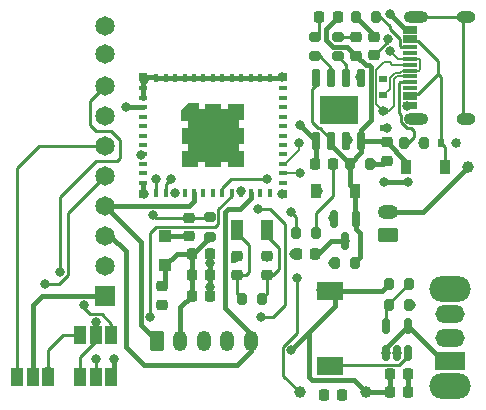
<source format=gbr>
%TF.GenerationSoftware,KiCad,Pcbnew,(6.0.2)*%
%TF.CreationDate,2022-03-07T06:31:50-05:00*%
%TF.ProjectId,ferrous_slime,66657272-6f75-4735-9f73-6c696d652e6b,rev?*%
%TF.SameCoordinates,Original*%
%TF.FileFunction,Copper,L1,Top*%
%TF.FilePolarity,Positive*%
%FSLAX46Y46*%
G04 Gerber Fmt 4.6, Leading zero omitted, Abs format (unit mm)*
G04 Created by KiCad (PCBNEW (6.0.2)) date 2022-03-07 06:31:50*
%MOMM*%
%LPD*%
G01*
G04 APERTURE LIST*
G04 Aperture macros list*
%AMRoundRect*
0 Rectangle with rounded corners*
0 $1 Rounding radius*
0 $2 $3 $4 $5 $6 $7 $8 $9 X,Y pos of 4 corners*
0 Add a 4 corners polygon primitive as box body*
4,1,4,$2,$3,$4,$5,$6,$7,$8,$9,$2,$3,0*
0 Add four circle primitives for the rounded corners*
1,1,$1+$1,$2,$3*
1,1,$1+$1,$4,$5*
1,1,$1+$1,$6,$7*
1,1,$1+$1,$8,$9*
0 Add four rect primitives between the rounded corners*
20,1,$1+$1,$2,$3,$4,$5,0*
20,1,$1+$1,$4,$5,$6,$7,0*
20,1,$1+$1,$6,$7,$8,$9,0*
20,1,$1+$1,$8,$9,$2,$3,0*%
%AMFreePoly0*
4,1,6,0.725000,-0.725000,-0.725000,-0.725000,-0.725000,0.125000,-0.125000,0.725000,0.725000,0.725000,0.725000,-0.725000,0.725000,-0.725000,$1*%
G04 Aperture macros list end*
%TA.AperFunction,NonConductor*%
%ADD10C,0.127000*%
%TD*%
%TA.AperFunction,ComponentPad*%
%ADD11RoundRect,0.250000X-0.350000X-0.625000X0.350000X-0.625000X0.350000X0.625000X-0.350000X0.625000X0*%
%TD*%
%TA.AperFunction,ComponentPad*%
%ADD12O,1.200000X1.750000*%
%TD*%
%TA.AperFunction,SMDPad,CuDef*%
%ADD13RoundRect,0.200000X-0.200000X-0.275000X0.200000X-0.275000X0.200000X0.275000X-0.200000X0.275000X0*%
%TD*%
%TA.AperFunction,SMDPad,CuDef*%
%ADD14RoundRect,0.225000X0.225000X0.250000X-0.225000X0.250000X-0.225000X-0.250000X0.225000X-0.250000X0*%
%TD*%
%TA.AperFunction,SMDPad,CuDef*%
%ADD15RoundRect,0.225000X-0.225000X-0.250000X0.225000X-0.250000X0.225000X0.250000X-0.225000X0.250000X0*%
%TD*%
%TA.AperFunction,SMDPad,CuDef*%
%ADD16C,1.000000*%
%TD*%
%TA.AperFunction,SMDPad,CuDef*%
%ADD17RoundRect,0.200000X0.275000X-0.200000X0.275000X0.200000X-0.275000X0.200000X-0.275000X-0.200000X0*%
%TD*%
%TA.AperFunction,SMDPad,CuDef*%
%ADD18RoundRect,0.218750X-0.218750X-0.256250X0.218750X-0.256250X0.218750X0.256250X-0.218750X0.256250X0*%
%TD*%
%TA.AperFunction,SMDPad,CuDef*%
%ADD19RoundRect,0.150000X-0.150000X0.587500X-0.150000X-0.587500X0.150000X-0.587500X0.150000X0.587500X0*%
%TD*%
%TA.AperFunction,SMDPad,CuDef*%
%ADD20R,0.900000X1.200000*%
%TD*%
%TA.AperFunction,SMDPad,CuDef*%
%ADD21RoundRect,0.200000X0.200000X0.275000X-0.200000X0.275000X-0.200000X-0.275000X0.200000X-0.275000X0*%
%TD*%
%TA.AperFunction,SMDPad,CuDef*%
%ADD22RoundRect,0.225000X-0.250000X0.225000X-0.250000X-0.225000X0.250000X-0.225000X0.250000X0.225000X0*%
%TD*%
%TA.AperFunction,SMDPad,CuDef*%
%ADD23R,1.000000X1.800000*%
%TD*%
%TA.AperFunction,SMDPad,CuDef*%
%ADD24RoundRect,0.150000X0.150000X-0.512500X0.150000X0.512500X-0.150000X0.512500X-0.150000X-0.512500X0*%
%TD*%
%TA.AperFunction,SMDPad,CuDef*%
%ADD25RoundRect,0.225000X0.250000X-0.225000X0.250000X0.225000X-0.250000X0.225000X-0.250000X-0.225000X0*%
%TD*%
%TA.AperFunction,SMDPad,CuDef*%
%ADD26RoundRect,0.218750X-0.256250X0.218750X-0.256250X-0.218750X0.256250X-0.218750X0.256250X0.218750X0*%
%TD*%
%TA.AperFunction,SMDPad,CuDef*%
%ADD27R,0.700000X0.600000*%
%TD*%
%TA.AperFunction,ComponentPad*%
%ADD28O,3.500000X2.200000*%
%TD*%
%TA.AperFunction,ComponentPad*%
%ADD29R,2.500000X1.500000*%
%TD*%
%TA.AperFunction,ComponentPad*%
%ADD30O,2.500000X1.500000*%
%TD*%
%TA.AperFunction,SMDPad,CuDef*%
%ADD31R,0.800000X0.400000*%
%TD*%
%TA.AperFunction,SMDPad,CuDef*%
%ADD32R,0.400000X0.800000*%
%TD*%
%TA.AperFunction,SMDPad,CuDef*%
%ADD33R,0.700000X0.700000*%
%TD*%
%TA.AperFunction,SMDPad,CuDef*%
%ADD34R,1.450000X1.450000*%
%TD*%
%TA.AperFunction,SMDPad,CuDef*%
%ADD35FreePoly0,0.000000*%
%TD*%
%TA.AperFunction,SMDPad,CuDef*%
%ADD36R,1.000000X1.500000*%
%TD*%
%TA.AperFunction,SMDPad,CuDef*%
%ADD37R,1.150000X0.300000*%
%TD*%
%TA.AperFunction,ComponentPad*%
%ADD38O,1.600000X1.000000*%
%TD*%
%TA.AperFunction,ComponentPad*%
%ADD39O,2.100000X1.000000*%
%TD*%
%TA.AperFunction,ComponentPad*%
%ADD40C,1.651000*%
%TD*%
%TA.AperFunction,ComponentPad*%
%ADD41R,1.651000X1.651000*%
%TD*%
%TA.AperFunction,SMDPad,CuDef*%
%ADD42R,0.600000X0.700000*%
%TD*%
%TA.AperFunction,SMDPad,CuDef*%
%ADD43RoundRect,0.150000X0.150000X-0.650000X0.150000X0.650000X-0.150000X0.650000X-0.150000X-0.650000X0*%
%TD*%
%TA.AperFunction,SMDPad,CuDef*%
%ADD44R,3.200000X2.400000*%
%TD*%
%TA.AperFunction,ComponentPad*%
%ADD45RoundRect,0.250000X0.625000X-0.350000X0.625000X0.350000X-0.625000X0.350000X-0.625000X-0.350000X0*%
%TD*%
%TA.AperFunction,ComponentPad*%
%ADD46O,1.750000X1.200000*%
%TD*%
%TA.AperFunction,SMDPad,CuDef*%
%ADD47R,2.200000X1.500000*%
%TD*%
%TA.AperFunction,SMDPad,CuDef*%
%ADD48R,1.000000X1.000000*%
%TD*%
%TA.AperFunction,ViaPad*%
%ADD49C,0.800000*%
%TD*%
%TA.AperFunction,ViaPad*%
%ADD50C,0.600000*%
%TD*%
%TA.AperFunction,Conductor*%
%ADD51C,0.400000*%
%TD*%
%TA.AperFunction,Conductor*%
%ADD52C,0.250000*%
%TD*%
%TA.AperFunction,Conductor*%
%ADD53C,0.254000*%
%TD*%
%TA.AperFunction,Conductor*%
%ADD54C,0.200000*%
%TD*%
G04 APERTURE END LIST*
D10*
X72136000Y-38862000D02*
X76200000Y-38862000D01*
X76200000Y-38862000D02*
X76200000Y-42926000D01*
X76200000Y-42926000D02*
X72136000Y-42926000D01*
X72136000Y-42926000D02*
X72136000Y-38862000D01*
G36*
X72136000Y-38862000D02*
G01*
X76200000Y-38862000D01*
X76200000Y-42926000D01*
X72136000Y-42926000D01*
X72136000Y-38862000D01*
G37*
D11*
%TO.P,J1,1,Pin_1*%
%TO.N,IO10_SDA*%
X69406008Y-58367000D03*
D12*
%TO.P,J1,2,Pin_2*%
%TO.N,+3V3*%
X71406008Y-58367000D03*
%TO.P,J1,3,Pin_3*%
%TO.N,IO7_INT2*%
X73406008Y-58367000D03*
%TO.P,J1,4,Pin_4*%
%TO.N,GND*%
X75406008Y-58367000D03*
%TO.P,J1,5,Pin_5*%
%TO.N,IO8_SCL*%
X77406008Y-58367000D03*
%TD*%
D13*
%TO.P,R8,1*%
%TO.N,+3V3*%
X89091000Y-53541000D03*
%TO.P,R8,2*%
%TO.N,Net-(R8-Pad2)*%
X90741000Y-53541000D03*
%TD*%
D14*
%TO.P,C11,1*%
%TO.N,+5V*%
X85103000Y-62939000D03*
%TO.P,C11,2*%
%TO.N,GND*%
X83553000Y-62939000D03*
%TD*%
D13*
%TO.P,R3,1*%
%TO.N,IO0*%
X76645000Y-54811000D03*
%TO.P,R3,2*%
%TO.N,IO1*%
X78295000Y-54811000D03*
%TD*%
D15*
%TO.P,C3,1*%
%TO.N,+3V3*%
X72364000Y-52779000D03*
%TO.P,C3,2*%
%TO.N,GND*%
X73914000Y-52779000D03*
%TD*%
D16*
%TO.P,TP3,1,1*%
%TO.N,+3V3*%
X87122000Y-62685000D03*
%TD*%
D17*
%TO.P,R5,1*%
%TO.N,Net-(R5-Pad1)*%
X82804000Y-34300000D03*
%TO.P,R5,2*%
%TO.N,Net-(D3-Pad1)*%
X82804000Y-32650000D03*
%TD*%
D18*
%TO.P,D5,1,K*%
%TO.N,GND*%
X82778500Y-43381000D03*
%TO.P,D5,2,A*%
%TO.N,Net-(D5-Pad2)*%
X84353500Y-43381000D03*
%TD*%
D16*
%TO.P,TP1,1,1*%
%TO.N,Net-(C2-Pad1)*%
X81534000Y-62738000D03*
%TD*%
D18*
%TO.P,D3,1,K*%
%TO.N,Net-(D3-Pad1)*%
X83193500Y-30935000D03*
%TO.P,D3,2,A*%
%TO.N,VBUS*%
X84768500Y-30935000D03*
%TD*%
D13*
%TO.P,R7,1*%
%TO.N,IO5_LED*%
X81217000Y-49276000D03*
%TO.P,R7,2*%
%TO.N,Net-(D5-Pad2)*%
X82867000Y-49276000D03*
%TD*%
D19*
%TO.P,Q1,1,G*%
%TO.N,VBUS*%
X86294000Y-48031500D03*
%TO.P,Q1,2,S*%
%TO.N,Net-(D2-Pad1)*%
X84394000Y-48031500D03*
%TO.P,Q1,3,D*%
%TO.N,+BATT*%
X85344000Y-49906500D03*
%TD*%
D20*
%TO.P,D2,1,K*%
%TO.N,Net-(D2-Pad1)*%
X82932000Y-45667000D03*
%TO.P,D2,2,A*%
%TO.N,VBUS*%
X86232000Y-45667000D03*
%TD*%
D21*
%TO.P,R4,1*%
%TO.N,VBUS*%
X86169000Y-51763000D03*
%TO.P,R4,2*%
%TO.N,GND*%
X84519000Y-51763000D03*
%TD*%
D14*
%TO.P,C9,1*%
%TO.N,+BATT*%
X82817000Y-51001000D03*
%TO.P,C9,2*%
%TO.N,GND*%
X81267000Y-51001000D03*
%TD*%
D22*
%TO.P,C5,1*%
%TO.N,+3V3*%
X69850000Y-53782000D03*
%TO.P,C5,2*%
%TO.N,GND*%
X69850000Y-55332000D03*
%TD*%
D23*
%TO.P,Y1,1,1*%
%TO.N,IO0*%
X76220000Y-48969000D03*
%TO.P,Y1,2,2*%
%TO.N,IO1*%
X78720000Y-48969000D03*
%TD*%
D24*
%TO.P,U4,1,RUN*%
%TO.N,+5V*%
X88796622Y-59402865D03*
%TO.P,U4,2,GND*%
%TO.N,GND*%
X89746622Y-59402865D03*
%TO.P,U4,3,SW*%
%TO.N,Net-(L1-Pad1)*%
X90696622Y-59402865D03*
%TO.P,U4,4,VIN*%
%TO.N,+5V*%
X90696622Y-57127865D03*
%TO.P,U4,5,FB*%
%TO.N,Net-(R8-Pad2)*%
X88796622Y-57127865D03*
%TD*%
D13*
%TO.P,R9,1*%
%TO.N,Net-(R8-Pad2)*%
X89091000Y-55319000D03*
%TO.P,R9,2*%
%TO.N,GND*%
X90741000Y-55319000D03*
%TD*%
D15*
%TO.P,C1,1*%
%TO.N,+3V3*%
X72377000Y-54557000D03*
%TO.P,C1,2*%
%TO.N,GND*%
X73927000Y-54557000D03*
%TD*%
D25*
%TO.P,C10,1*%
%TO.N,Net-(C10-Pad1)*%
X87849000Y-34223000D03*
%TO.P,C10,2*%
%TO.N,GND*%
X87849000Y-32673000D03*
%TD*%
D26*
%TO.P,D4,1,K*%
%TO.N,Net-(D4-Pad1)*%
X86267000Y-32662000D03*
%TO.P,D4,2,A*%
%TO.N,VBUS*%
X86267000Y-34237000D03*
%TD*%
D27*
%TO.P,D7,1,A1*%
%TO.N,USB_D+*%
X88552173Y-37611489D03*
%TO.P,D7,2,A2*%
%TO.N,GND*%
X88552173Y-36211489D03*
%TD*%
%TO.P,D6,1,A1*%
%TO.N,USB_D-*%
X88646000Y-38924000D03*
%TO.P,D6,2,A2*%
%TO.N,GND*%
X88646000Y-40324000D03*
%TD*%
D20*
%TO.P,D8,1,K*%
%TO.N,VBUS*%
X90552000Y-43635000D03*
%TO.P,D8,2,A*%
%TO.N,Net-(D8-Pad2)*%
X93852000Y-43635000D03*
%TD*%
D28*
%TO.P,SW1,*%
%TO.N,*%
X94266004Y-62212986D03*
X94266004Y-54012986D03*
D29*
%TO.P,SW1,1,A*%
%TO.N,+5V*%
X94266004Y-60112986D03*
D30*
%TO.P,SW1,2,B*%
%TO.N,Net-(D2-Pad1)*%
X94266004Y-58112986D03*
%TO.P,SW1,3,C*%
%TO.N,unconnected-(SW1-Pad3)*%
X94266004Y-56112986D03*
%TD*%
D31*
%TO.P,U2,1,GND*%
%TO.N,GND*%
X68268000Y-37004007D03*
%TO.P,U2,2,GND*%
X68268000Y-37804007D03*
%TO.P,U2,3,3V3*%
%TO.N,+3V3*%
X68268000Y-38604007D03*
%TO.P,U2,4,NC*%
%TO.N,unconnected-(U2-Pad4)*%
X68268000Y-39404007D03*
%TO.P,U2,5,GPIO2/ADC1_CH2*%
%TO.N,unconnected-(U2-Pad5)*%
X68268000Y-40204007D03*
%TO.P,U2,6,GPIO3/ADC1_CH3*%
%TO.N,unconnected-(U2-Pad6)*%
X68268000Y-41004007D03*
%TO.P,U2,7,NC*%
%TO.N,unconnected-(U2-Pad7)*%
X68268000Y-41804007D03*
%TO.P,U2,8,EN/CHIP_PU*%
%TO.N,Net-(C2-Pad1)*%
X68268000Y-42604007D03*
%TO.P,U2,9,NC*%
%TO.N,unconnected-(U2-Pad9)*%
X68268000Y-43404007D03*
%TO.P,U2,10,NC*%
%TO.N,unconnected-(U2-Pad10)*%
X68268000Y-44204007D03*
%TO.P,U2,11,GND*%
%TO.N,GND*%
X68268000Y-45004007D03*
D32*
%TO.P,U2,12,GPIO0/ADC1_CH0/XTAL_32K_P*%
%TO.N,IO0*%
X69368000Y-45904007D03*
%TO.P,U2,13,GPIO1/ADC1_CH1/XTAL_32K_N*%
%TO.N,IO1*%
X70168000Y-45904007D03*
%TO.P,U2,14,GND*%
%TO.N,GND*%
X70968000Y-45904007D03*
%TO.P,U2,15,NC*%
%TO.N,unconnected-(U2-Pad15)*%
X71768000Y-45904007D03*
%TO.P,U2,16,GPIO10*%
%TO.N,IO10_SDA*%
X72568000Y-45904007D03*
%TO.P,U2,17,NC*%
%TO.N,unconnected-(U2-Pad17)*%
X73368000Y-45904007D03*
%TO.P,U2,18,GPIO4/ADC1_CH4*%
%TO.N,unconnected-(U2-Pad18)*%
X74168000Y-45904007D03*
%TO.P,U2,19,GPIO5/ADC2_CH0*%
%TO.N,IO5_LED*%
X74968000Y-45904007D03*
%TO.P,U2,20,GPIO6*%
%TO.N,IO6_INT1*%
X75768000Y-45904007D03*
%TO.P,U2,21,GPIO7*%
%TO.N,IO7_INT2*%
X76568000Y-45904007D03*
%TO.P,U2,22,GPIO8*%
%TO.N,IO8_SCL*%
X77368000Y-45904007D03*
%TO.P,U2,23,GPIO9*%
%TO.N,unconnected-(U2-Pad23)*%
X78168000Y-45904007D03*
%TO.P,U2,24,NC*%
%TO.N,unconnected-(U2-Pad24)*%
X78968000Y-45904007D03*
D31*
%TO.P,U2,25,NC*%
%TO.N,unconnected-(U2-Pad25)*%
X80068000Y-45004007D03*
%TO.P,U2,26,GPIO18/USB_D-*%
%TO.N,USB_D-*%
X80068000Y-44204007D03*
%TO.P,U2,27,GPIO19/USB_D+*%
%TO.N,USB_D+*%
X80068000Y-43404007D03*
%TO.P,U2,28,NC*%
%TO.N,unconnected-(U2-Pad28)*%
X80068000Y-42604007D03*
%TO.P,U2,29,NC*%
%TO.N,unconnected-(U2-Pad29)*%
X80068000Y-41804007D03*
%TO.P,U2,30,GPIO20/U0RXD*%
%TO.N,unconnected-(U2-Pad30)*%
X80068000Y-41004007D03*
%TO.P,U2,31,GPIO21/U0TXD*%
%TO.N,unconnected-(U2-Pad31)*%
X80068000Y-40204007D03*
%TO.P,U2,32,NC*%
%TO.N,unconnected-(U2-Pad32)*%
X80068000Y-39404007D03*
%TO.P,U2,33,NC*%
%TO.N,unconnected-(U2-Pad33)*%
X80068000Y-38604007D03*
%TO.P,U2,34,NC*%
%TO.N,unconnected-(U2-Pad34)*%
X80068000Y-37804007D03*
%TO.P,U2,35,NC*%
%TO.N,unconnected-(U2-Pad35)*%
X80068000Y-37004007D03*
D32*
%TO.P,U2,36,GND*%
%TO.N,GND*%
X74968000Y-36104007D03*
X73368000Y-36104007D03*
D33*
X68218000Y-45954007D03*
D34*
X76143000Y-42979007D03*
X74168000Y-41004007D03*
D32*
X74168000Y-36104007D03*
X70968000Y-36104007D03*
D34*
X74168000Y-42979007D03*
X76143000Y-39029007D03*
D33*
X80118000Y-36054007D03*
D35*
X72193000Y-39029007D03*
D33*
X80118000Y-45954007D03*
D32*
X76568000Y-36104007D03*
D33*
X68218000Y-36054007D03*
D34*
X72193000Y-42979007D03*
X76143000Y-41004007D03*
X72193000Y-41054007D03*
X74168000Y-39029007D03*
D32*
X78968000Y-36104007D03*
X70168000Y-36104007D03*
X69368000Y-36104007D03*
X78168000Y-36104007D03*
X75768000Y-36104007D03*
X71768000Y-36104007D03*
X72568000Y-36104007D03*
X77368000Y-36104007D03*
%TD*%
D36*
%TO.P,JP1,1,A*%
%TO.N,Net-(JP1-Pad1)*%
X57628000Y-61415000D03*
%TO.P,JP1,2,C*%
%TO.N,+3V3*%
X58928000Y-61415000D03*
%TO.P,JP1,3,B*%
%TO.N,Net-(JP1-Pad3)*%
X60228000Y-61415000D03*
%TD*%
D37*
%TO.P,J3,A1,GND*%
%TO.N,GND*%
X90818000Y-38602990D03*
%TO.P,J3,A4,VBUS*%
%TO.N,Net-(D8-Pad2)*%
X90818000Y-37802990D03*
%TO.P,J3,A5,CC1*%
%TO.N,Net-(J3-PadA5)*%
X90818000Y-36502990D03*
%TO.P,J3,A6,D+*%
%TO.N,USB_D+*%
X90818000Y-35502990D03*
%TO.P,J3,A7,D-*%
%TO.N,USB_D-*%
X90818000Y-35002990D03*
%TO.P,J3,A8,SBU1*%
%TO.N,unconnected-(J3-PadA8)*%
X90818000Y-34002990D03*
%TO.P,J3,A9,VBUS*%
%TO.N,Net-(D8-Pad2)*%
X90818000Y-32702990D03*
%TO.P,J3,A12,GND*%
%TO.N,GND*%
X90818000Y-31902990D03*
%TO.P,J3,B1,GND*%
X90818000Y-32202990D03*
%TO.P,J3,B4,VBUS*%
%TO.N,Net-(D8-Pad2)*%
X90818000Y-33002990D03*
%TO.P,J3,B5,CC2*%
%TO.N,Net-(J3-PadB5)*%
X90818000Y-33502990D03*
%TO.P,J3,B6,D+*%
%TO.N,USB_D+*%
X90818000Y-34502990D03*
%TO.P,J3,B7,D-*%
%TO.N,USB_D-*%
X90818000Y-36002990D03*
%TO.P,J3,B8,SBU2*%
%TO.N,unconnected-(J3-PadB8)*%
X90818000Y-37002990D03*
%TO.P,J3,B9,VBUS*%
%TO.N,Net-(D8-Pad2)*%
X90818000Y-37502990D03*
%TO.P,J3,B12,GND*%
%TO.N,GND*%
X90818000Y-38302990D03*
D38*
%TO.P,J3,S1,SHIELD*%
%TO.N,Net-(C10-Pad1)*%
X95563000Y-39572990D03*
D39*
X91383000Y-30932990D03*
X91383000Y-39572990D03*
D38*
X95563000Y-30932990D03*
%TD*%
D40*
%TO.P,U1,*%
%TO.N,*%
X65038460Y-31707472D03*
X65038460Y-34120472D03*
D41*
%TO.P,U1,1,VCC*%
%TO.N,+3V3*%
X65038460Y-54567472D03*
D40*
%TO.P,U1,2,GND*%
%TO.N,GND*%
X65038460Y-52027472D03*
%TO.P,U1,3,SCL*%
%TO.N,IO8_SCL*%
X65038460Y-49487472D03*
%TO.P,U1,4,SDA*%
%TO.N,IO10_SDA*%
X65038460Y-46947472D03*
%TO.P,U1,5,AD0_BNO/INT_ICM*%
%TO.N,Net-(JP2-Pad2)*%
X65038460Y-44407472D03*
%TO.P,U1,6,AD0_ICM*%
%TO.N,Net-(JP1-Pad1)*%
X65038460Y-41867472D03*
%TO.P,U1,7,INT_BNO/AD0_MPU*%
%TO.N,Net-(JP1-Pad3)*%
X65038460Y-39327472D03*
%TO.P,U1,8,INT_MPU*%
%TO.N,Net-(JP3-Pad3)*%
X65038460Y-36787472D03*
%TD*%
D16*
%TO.P,TP2,1,1*%
%TO.N,+BATT*%
X95758000Y-43635000D03*
%TD*%
D15*
%TO.P,C13,1*%
%TO.N,+3V3*%
X89128000Y-62685000D03*
%TO.P,C13,2*%
%TO.N,GND*%
X90678000Y-62685000D03*
%TD*%
D42*
%TO.P,D9,1,A1*%
%TO.N,Net-(D8-Pad2)*%
X93471999Y-41603000D03*
%TO.P,D9,2,A2*%
%TO.N,GND*%
X94871999Y-41603000D03*
%TD*%
D17*
%TO.P,R1,1*%
%TO.N,+3V3*%
X73914000Y-49593000D03*
%TO.P,R1,2*%
%TO.N,Net-(C2-Pad1)*%
X73914000Y-47943000D03*
%TD*%
D43*
%TO.P,U3,1,TEMP*%
%TO.N,GND*%
X82931000Y-41458990D03*
%TO.P,U3,2,PROG*%
%TO.N,VBUS*%
X84201000Y-41458990D03*
%TO.P,U3,3,GND*%
%TO.N,GND*%
X85471000Y-41458990D03*
%TO.P,U3,4,VCC*%
%TO.N,VBUS*%
X86741000Y-41458990D03*
%TO.P,U3,5,BAT*%
%TO.N,+BATT*%
X86741000Y-36158990D03*
%TO.P,U3,6,STDBY*%
%TO.N,Net-(R6-Pad1)*%
X85471000Y-36158990D03*
%TO.P,U3,7,CHRG*%
%TO.N,Net-(R5-Pad1)*%
X84201000Y-36158990D03*
%TO.P,U3,8,CE*%
%TO.N,VBUS*%
X82931000Y-36158990D03*
D44*
%TO.P,U3,9,EP*%
%TO.N,unconnected-(U3-Pad9)*%
X84836000Y-38808990D03*
%TD*%
D21*
%TO.P,R10,1*%
%TO.N,Net-(J3-PadB5)*%
X87947000Y-30935000D03*
%TO.P,R10,2*%
%TO.N,GND*%
X86297000Y-30935000D03*
%TD*%
D36*
%TO.P,JP3,1,A*%
%TO.N,Net-(JP1-Pad3)*%
X62962000Y-57859000D03*
%TO.P,JP3,2,C*%
%TO.N,IO6_INT1*%
X64262000Y-57859000D03*
%TO.P,JP3,3,B*%
%TO.N,Net-(JP3-Pad3)*%
X65562000Y-57859000D03*
%TD*%
D17*
%TO.P,R6,1*%
%TO.N,Net-(R6-Pad1)*%
X84743000Y-34300000D03*
%TO.P,R6,2*%
%TO.N,Net-(D4-Pad1)*%
X84743000Y-32650000D03*
%TD*%
D15*
%TO.P,C12,1*%
%TO.N,+3V3*%
X89128000Y-61161000D03*
%TO.P,C12,2*%
%TO.N,GND*%
X90678000Y-61161000D03*
%TD*%
D36*
%TO.P,JP2,1,A*%
%TO.N,IO6_INT1*%
X62962000Y-61415000D03*
%TO.P,JP2,2,C*%
%TO.N,Net-(JP2-Pad2)*%
X64262000Y-61415000D03*
%TO.P,JP2,3,B*%
%TO.N,GND*%
X65562000Y-61415000D03*
%TD*%
D15*
%TO.P,C4,1*%
%TO.N,+3V3*%
X72364000Y-51001000D03*
%TO.P,C4,2*%
%TO.N,GND*%
X73914000Y-51001000D03*
%TD*%
D25*
%TO.P,C6,1*%
%TO.N,IO0*%
X76200000Y-52792000D03*
%TO.P,C6,2*%
%TO.N,GND*%
X76200000Y-51242000D03*
%TD*%
D22*
%TO.P,C2,1*%
%TO.N,Net-(C2-Pad1)*%
X72136000Y-47993000D03*
%TO.P,C2,2*%
%TO.N,GND*%
X72136000Y-49543000D03*
%TD*%
D45*
%TO.P,J2,1,Pin_1*%
%TO.N,GND*%
X88990000Y-49461000D03*
D46*
%TO.P,J2,2,Pin_2*%
%TO.N,+BATT*%
X88990000Y-47461000D03*
%TD*%
D21*
%TO.P,R2,1*%
%TO.N,GND*%
X87439000Y-43381000D03*
%TO.P,R2,2*%
%TO.N,VBUS*%
X85789000Y-43381000D03*
%TD*%
D47*
%TO.P,L1,1,1*%
%TO.N,Net-(L1-Pad1)*%
X84074000Y-60551000D03*
%TO.P,L1,2,2*%
%TO.N,+3V3*%
X84074000Y-54151000D03*
%TD*%
D25*
%TO.P,C8,1*%
%TO.N,IO1*%
X78740000Y-52792000D03*
%TO.P,C8,2*%
%TO.N,GND*%
X78740000Y-51242000D03*
%TD*%
D13*
%TO.P,R11,1*%
%TO.N,Net-(J3-PadA5)*%
X90361000Y-41603000D03*
%TO.P,R11,2*%
%TO.N,GND*%
X92011000Y-41603000D03*
%TD*%
D22*
%TO.P,C7,1*%
%TO.N,VBUS*%
X88900000Y-41590000D03*
%TO.P,C7,2*%
%TO.N,GND*%
X88900000Y-43140000D03*
%TD*%
D48*
%TO.P,D1,1,A1*%
%TO.N,+3V3*%
X70104000Y-51997000D03*
%TO.P,D1,2,A2*%
%TO.N,GND*%
X70104000Y-49497000D03*
%TD*%
D49*
%TO.N,+BATT*%
X86614000Y-36068000D03*
X85344000Y-49906500D03*
%TO.N,GND*%
X88880000Y-43160000D03*
X89741798Y-59426012D03*
X83566000Y-62992000D03*
X88900000Y-40386000D03*
X90932000Y-55372000D03*
D50*
X75946000Y-51562000D03*
X88559889Y-36207501D03*
D49*
X87630000Y-43434000D03*
X90678000Y-61214000D03*
X70965685Y-45885078D03*
X87849000Y-32673000D03*
X80010000Y-36068000D03*
X90590506Y-38536701D03*
X84328000Y-51816000D03*
X91948000Y-41656000D03*
X74168000Y-40894000D03*
X73927000Y-53835000D03*
X73927000Y-51803000D03*
X85598000Y-41402000D03*
X81026000Y-51054000D03*
X68326000Y-36322000D03*
X90678000Y-44958000D03*
X78740000Y-51308000D03*
X68326000Y-45974000D03*
X94742000Y-41656000D03*
X88646000Y-44958000D03*
X80010000Y-45974000D03*
X89154000Y-30734000D03*
X81534000Y-40132000D03*
X69850000Y-55372000D03*
X72136000Y-49543000D03*
X65786000Y-59944000D03*
%TO.N,+3V3*%
X72364000Y-51080000D03*
X69850000Y-53782000D03*
X84533000Y-54151000D03*
X80772000Y-59182000D03*
X66802000Y-38608000D03*
X83312000Y-54102000D03*
X73818500Y-49688500D03*
%TO.N,IO0*%
X69342000Y-44704000D03*
X76220000Y-48969000D03*
%TO.N,IO1*%
X70612000Y-44704000D03*
X78740000Y-48768000D03*
%TO.N,Net-(C10-Pad1)*%
X89019069Y-32790431D03*
%TO.N,+5V*%
X85090000Y-62992000D03*
X88796622Y-59402865D03*
%TO.N,Net-(D2-Pad1)*%
X83058000Y-45720000D03*
X84328000Y-48006000D03*
%TO.N,USB_D-*%
X81534000Y-44196000D03*
X88548000Y-38899000D03*
%TO.N,USB_D+*%
X81471997Y-41593997D03*
X89182681Y-33810681D03*
%TO.N,IO7_INT2*%
X77978000Y-47244000D03*
X76569504Y-45731990D03*
X78232000Y-56388000D03*
%TO.N,Net-(JP1-Pad3)*%
X60198000Y-60960000D03*
%TO.N,IO6_INT1*%
X68834000Y-56388000D03*
X64262000Y-56785500D03*
%TO.N,Net-(JP2-Pad2)*%
X59944000Y-53594000D03*
X64262000Y-59944000D03*
%TO.N,Net-(JP3-Pad3)*%
X61214000Y-52578000D03*
X63246000Y-55372000D03*
%TO.N,IO5_LED*%
X80772000Y-47498000D03*
X78740000Y-44704000D03*
%TO.N,Net-(C2-Pad1)*%
X73914000Y-47943000D03*
X68072000Y-42672000D03*
X81280000Y-53086000D03*
X69088000Y-47752000D03*
%TD*%
D51*
%TO.N,+BATT*%
X95758000Y-43635000D02*
X91932000Y-47461000D01*
X83111000Y-51001000D02*
X84205500Y-49906500D01*
X91932000Y-47461000D02*
X88990000Y-47461000D01*
X82817000Y-51001000D02*
X83111000Y-51001000D01*
X84205500Y-49906500D02*
X85344000Y-49906500D01*
%TO.N,GND*%
X90818000Y-31903000D02*
X90323000Y-31903000D01*
X68268000Y-37004000D02*
X68268000Y-37804000D01*
X82931000Y-41459000D02*
X82931000Y-43228500D01*
X87849000Y-32487000D02*
X86297000Y-30935000D01*
X69318000Y-36054000D02*
X69368000Y-36104000D01*
X68218000Y-45954000D02*
X68218000Y-45054000D01*
X68326000Y-36322000D02*
X68268000Y-36380000D01*
X88606000Y-43434000D02*
X88880000Y-43160000D01*
X76143000Y-39029000D02*
X76143000Y-42979000D01*
X72193000Y-39029000D02*
X72193000Y-42979000D01*
X74168000Y-39029000D02*
X74168000Y-42979000D01*
X75970677Y-51562000D02*
X75946000Y-51562000D01*
X73927000Y-54557000D02*
X73927000Y-53835000D01*
X88646000Y-44958000D02*
X90678000Y-44958000D01*
X90323000Y-31903000D02*
X89154000Y-30734000D01*
X76143000Y-41004000D02*
X72243000Y-41004000D01*
X72136000Y-49543000D02*
X70150000Y-49543000D01*
X68268000Y-36380000D02*
X68268000Y-37004000D01*
X76200000Y-51332677D02*
X75970677Y-51562000D01*
X68218000Y-45054000D02*
X68268000Y-45004000D01*
X73927000Y-51803000D02*
X73927000Y-51014000D01*
X65786000Y-59944000D02*
X65786000Y-61191000D01*
X82861000Y-41459000D02*
X81534000Y-40132000D01*
X90678000Y-62685000D02*
X90678000Y-61214000D01*
X68218000Y-36054000D02*
X69318000Y-36054000D01*
X73927000Y-53835000D02*
X73927000Y-51803000D01*
X72193000Y-39029000D02*
X76143000Y-39029000D01*
X72193000Y-42979000D02*
X76143000Y-42979000D01*
X87630000Y-43434000D02*
X88606000Y-43434000D01*
X69368000Y-36104000D02*
X79974000Y-36104000D01*
X65786000Y-61191000D02*
X65562000Y-61415000D01*
%TO.N,+3V3*%
X82550000Y-61722000D02*
X82296000Y-61468000D01*
X66806000Y-38604000D02*
X68268000Y-38604000D01*
X71406008Y-55527992D02*
X71406008Y-58367000D01*
X72364000Y-51001000D02*
X71100000Y-51001000D01*
X70104000Y-53528000D02*
X69850000Y-53782000D01*
X66806000Y-38604000D02*
X66802000Y-38608000D01*
X87122000Y-62685000D02*
X86159000Y-61722000D01*
X72364000Y-51080000D02*
X72364000Y-52779000D01*
X71100000Y-51001000D02*
X70104000Y-51997000D01*
X84533000Y-55421000D02*
X84533000Y-54151000D01*
X82296000Y-61468000D02*
X82296000Y-57658000D01*
X82296000Y-57658000D02*
X84533000Y-55421000D01*
X88481000Y-54151000D02*
X84533000Y-54151000D01*
X59732528Y-54567472D02*
X65038460Y-54567472D01*
X72364000Y-52779000D02*
X72364000Y-54544000D01*
X89128000Y-62685000D02*
X87122000Y-62685000D01*
X89128000Y-61161000D02*
X89128000Y-62685000D01*
X72506000Y-51001000D02*
X73818500Y-49688500D01*
X58928000Y-61415000D02*
X58928000Y-55372000D01*
X72377000Y-54557000D02*
X71406008Y-55527992D01*
X82296000Y-57658000D02*
X80772000Y-59182000D01*
X89091000Y-53541000D02*
X88481000Y-54151000D01*
X86159000Y-61722000D02*
X82550000Y-61722000D01*
X58928000Y-55372000D02*
X59732528Y-54567472D01*
X70104000Y-51997000D02*
X70104000Y-53528000D01*
D52*
%TO.N,IO0*%
X77216000Y-50292000D02*
X77216000Y-52578000D01*
X76200000Y-54366000D02*
X76645000Y-54811000D01*
X76200000Y-52792000D02*
X76200000Y-54366000D01*
X77216000Y-52578000D02*
X77002000Y-52792000D01*
X69368000Y-45238000D02*
X69368000Y-45904000D01*
X69342000Y-45212000D02*
X69368000Y-45238000D01*
X76220000Y-49296000D02*
X77216000Y-50292000D01*
X69342000Y-44704000D02*
X69342000Y-45212000D01*
X77002000Y-52792000D02*
X76200000Y-52792000D01*
D53*
%TO.N,VBUS*%
X83228663Y-40386000D02*
X84201000Y-41358337D01*
D51*
X87544969Y-39709031D02*
X86741000Y-40513000D01*
X85789000Y-43381000D02*
X85789000Y-45224000D01*
X87107901Y-35052000D02*
X87376000Y-35052000D01*
X85789000Y-43381000D02*
X86741000Y-42429000D01*
D53*
X82550000Y-39830022D02*
X83105978Y-40386000D01*
D51*
X86294000Y-48031500D02*
X86294000Y-48956000D01*
D53*
X82931000Y-36703000D02*
X82550000Y-37084000D01*
D51*
X86232000Y-45667000D02*
X86232000Y-47969500D01*
X88900000Y-41590000D02*
X90552000Y-43242000D01*
X86614000Y-49276000D02*
X86614000Y-51318000D01*
X83731868Y-31971632D02*
X84768500Y-30935000D01*
D53*
X82550000Y-37084000D02*
X82550000Y-39830022D01*
D51*
X85789000Y-45224000D02*
X86232000Y-45667000D01*
X83731868Y-32931868D02*
X83731868Y-31971632D01*
X85789000Y-43381000D02*
X84201000Y-41793000D01*
X86741000Y-42429000D02*
X86741000Y-41459000D01*
X86267000Y-34237000D02*
X85538649Y-33508649D01*
D53*
X83105978Y-40386000D02*
X83228663Y-40386000D01*
D51*
X87376000Y-35052000D02*
X87544969Y-35220969D01*
X84308649Y-33508649D02*
X83731868Y-32931868D01*
X85538649Y-33508649D02*
X84308649Y-33508649D01*
X86292901Y-34237000D02*
X87107901Y-35052000D01*
X86741000Y-40513000D02*
X86741000Y-41459000D01*
X87544969Y-35220969D02*
X87544969Y-39709031D01*
X86614000Y-51318000D02*
X86169000Y-51763000D01*
X86294000Y-48956000D02*
X86614000Y-49276000D01*
X86741000Y-41459000D02*
X88769000Y-41459000D01*
D52*
%TO.N,IO1*%
X78740000Y-52792000D02*
X78740000Y-54366000D01*
X78740000Y-54366000D02*
X78295000Y-54811000D01*
X70168000Y-45904000D02*
X70168000Y-45148000D01*
X78720000Y-49510000D02*
X79756000Y-50546000D01*
X79756000Y-50546000D02*
X79756000Y-52324000D01*
X70168000Y-45148000D02*
X70612000Y-44704000D01*
X79288000Y-52792000D02*
X78740000Y-52792000D01*
X79756000Y-52324000D02*
X79288000Y-52792000D01*
%TO.N,Net-(C10-Pad1)*%
X95309000Y-30933000D02*
X95309000Y-39573000D01*
X89019069Y-32790431D02*
X89019069Y-33052931D01*
X89019069Y-33052931D02*
X87849000Y-34223000D01*
X91129000Y-30933000D02*
X95309000Y-30933000D01*
D51*
%TO.N,+5V*%
X90685221Y-57127865D02*
X88796622Y-59016464D01*
X90696622Y-57127865D02*
X93681753Y-60112996D01*
D52*
%TO.N,Net-(D3-Pad1)*%
X83193500Y-30935000D02*
X83193500Y-32624500D01*
%TO.N,Net-(D4-Pad1)*%
X84743000Y-32650000D02*
X86255000Y-32650000D01*
%TO.N,Net-(D5-Pad2)*%
X82867000Y-47573000D02*
X82867000Y-49276000D01*
X84353500Y-43381000D02*
X84353500Y-46086500D01*
X84353500Y-46086500D02*
X82867000Y-47573000D01*
D54*
%TO.N,USB_D-*%
X89727000Y-36003000D02*
X89480520Y-36249480D01*
X88646000Y-34798000D02*
X89154000Y-34798000D01*
X89480520Y-36249480D02*
X89480520Y-38535480D01*
X89359000Y-35003000D02*
X90564000Y-35003000D01*
X90564000Y-36003000D02*
X89727000Y-36003000D01*
X87971489Y-35472511D02*
X88646000Y-34798000D01*
X87971489Y-38322489D02*
X87971489Y-35472511D01*
X89117000Y-38899000D02*
X88548000Y-38899000D01*
X89480520Y-38535480D02*
X89117000Y-38899000D01*
X81534000Y-44196000D02*
X80076000Y-44196000D01*
X88548000Y-38899000D02*
X87971489Y-38322489D01*
X89359000Y-35003000D02*
X89154000Y-34798000D01*
%TO.N,USB_D+*%
X81471997Y-41593997D02*
X81471997Y-42200003D01*
X91593000Y-34503000D02*
X91694000Y-34604000D01*
X90818000Y-34503000D02*
X91593000Y-34503000D01*
X90189969Y-35503000D02*
X90016489Y-35676480D01*
X89591750Y-35676480D02*
X89128684Y-36139546D01*
X91694000Y-34604000D02*
X91694000Y-35402000D01*
X89875000Y-34503000D02*
X90818000Y-34503000D01*
X90016489Y-35676480D02*
X89591750Y-35676480D01*
X91694000Y-35402000D02*
X91593000Y-35503000D01*
X91593000Y-35503000D02*
X90818000Y-35503000D01*
X89128684Y-37034978D02*
X88552173Y-37611489D01*
X81471997Y-42200003D02*
X80268000Y-43404000D01*
X89128684Y-36139546D02*
X89128684Y-37034978D01*
X89182681Y-33810681D02*
X89875000Y-34503000D01*
X90564000Y-35503000D02*
X90189969Y-35503000D01*
D52*
%TO.N,Net-(D8-Pad2)*%
X93218000Y-35814000D02*
X93471999Y-36067999D01*
X91546022Y-33003000D02*
X93218000Y-34674978D01*
X90564000Y-33003000D02*
X91546022Y-33003000D01*
X93471999Y-36067999D02*
X93471999Y-41603000D01*
X91529000Y-37503000D02*
X93218000Y-35814000D01*
X91529000Y-37503000D02*
X90564000Y-37503000D01*
X93218000Y-34674978D02*
X93218000Y-35814000D01*
X93852000Y-43635000D02*
X93852000Y-41983001D01*
X93852000Y-41983001D02*
X93471999Y-41603000D01*
D51*
%TO.N,IO10_SDA*%
X72178528Y-46947472D02*
X65038460Y-46947472D01*
X68072000Y-49981012D02*
X68072000Y-57032992D01*
X68072000Y-57032992D02*
X69406008Y-58367000D01*
X72568000Y-46558000D02*
X72178528Y-46947472D01*
X72568000Y-45904000D02*
X72568000Y-46558000D01*
X65038460Y-46947472D02*
X68072000Y-49981012D01*
D52*
%TO.N,IO7_INT2*%
X80264000Y-55372000D02*
X80264000Y-48514000D01*
X80264000Y-48514000D02*
X78994000Y-47244000D01*
X78994000Y-47244000D02*
X77978000Y-47244000D01*
X78232000Y-56388000D02*
X79248000Y-56388000D01*
X79248000Y-56388000D02*
X80264000Y-55372000D01*
D51*
%TO.N,IO8_SCL*%
X75438000Y-47244000D02*
X75184000Y-47498000D01*
X75184000Y-47498000D02*
X75184000Y-55626000D01*
X76200000Y-60452000D02*
X68326000Y-60452000D01*
X66802000Y-58928000D02*
X66802000Y-50800000D01*
X77406008Y-58367000D02*
X77406008Y-59245992D01*
X77368000Y-45904000D02*
X77368000Y-46330000D01*
X77406008Y-59245992D02*
X76200000Y-60452000D01*
X75184000Y-55626000D02*
X77406008Y-57848008D01*
X76454000Y-47244000D02*
X75438000Y-47244000D01*
X68326000Y-60452000D02*
X66802000Y-58928000D01*
X77368000Y-46330000D02*
X76454000Y-47244000D01*
X66802000Y-50800000D02*
X65489472Y-49487472D01*
D52*
%TO.N,Net-(JP1-Pad1)*%
X57628000Y-43718000D02*
X59478528Y-41867472D01*
X57628000Y-61415000D02*
X57628000Y-43718000D01*
X59478528Y-41867472D02*
X65038460Y-41867472D01*
%TO.N,Net-(JP1-Pad3)*%
X61521000Y-57859000D02*
X62962000Y-57859000D01*
X60228000Y-59152000D02*
X61521000Y-57859000D01*
X60228000Y-61415000D02*
X60228000Y-59152000D01*
%TO.N,IO6_INT1*%
X74640520Y-48468960D02*
X74341480Y-48768000D01*
X74640520Y-47231480D02*
X74640520Y-48468960D01*
X74341480Y-48768000D02*
X71628000Y-48768000D01*
X69364511Y-48745489D02*
X69342000Y-48768000D01*
X71628000Y-48768000D02*
X71605489Y-48745489D01*
X64262000Y-58420000D02*
X62962000Y-59720000D01*
X75768000Y-46104000D02*
X74640520Y-47231480D01*
X69342000Y-48768000D02*
X68834000Y-49276000D01*
X68834000Y-49276000D02*
X68834000Y-56388000D01*
X62962000Y-59720000D02*
X62962000Y-61415000D01*
X71605489Y-48745489D02*
X69364511Y-48745489D01*
%TO.N,Net-(JP2-Pad2)*%
X61119377Y-53594000D02*
X59944000Y-53594000D01*
X61865511Y-52847866D02*
X61119377Y-53594000D01*
X64262000Y-59944000D02*
X64262000Y-61415000D01*
X61865511Y-47580421D02*
X61865511Y-52847866D01*
X65038460Y-44407472D02*
X61865511Y-47580421D01*
%TO.N,Net-(JP3-Pad3)*%
X61214000Y-46228000D02*
X64262000Y-43180000D01*
X64262000Y-40640000D02*
X65560057Y-40640000D01*
X65562000Y-57859000D02*
X65562000Y-56926000D01*
X63754000Y-38071932D02*
X63754000Y-40132000D01*
X66040000Y-43180000D02*
X64262000Y-43180000D01*
X63246000Y-55626000D02*
X63246000Y-55372000D01*
X65560057Y-40640000D02*
X66294000Y-41373943D01*
X66294000Y-42926000D02*
X66040000Y-43180000D01*
X61214000Y-52578000D02*
X61214000Y-46228000D01*
X63754000Y-56134000D02*
X63246000Y-55626000D01*
X64770000Y-56134000D02*
X65562000Y-56926000D01*
X65038460Y-36787472D02*
X63754000Y-38071932D01*
X66294000Y-41373943D02*
X66294000Y-42926000D01*
X64770000Y-56134000D02*
X63754000Y-56134000D01*
X63754000Y-40132000D02*
X64262000Y-40640000D01*
%TO.N,Net-(L1-Pad1)*%
X89945342Y-60434480D02*
X84190520Y-60434480D01*
X90696622Y-59683200D02*
X89945342Y-60434480D01*
%TO.N,IO5_LED*%
X75692000Y-44704000D02*
X74968000Y-45428000D01*
X81217000Y-47943000D02*
X80772000Y-47498000D01*
X81217000Y-49276000D02*
X81217000Y-47943000D01*
X78740000Y-44704000D02*
X75692000Y-44704000D01*
X74968000Y-45428000D02*
X74968000Y-45904000D01*
%TO.N,Net-(C2-Pad1)*%
X69329000Y-47993000D02*
X69088000Y-47752000D01*
X81280000Y-53086000D02*
X81280000Y-57752623D01*
X80120489Y-61324489D02*
X81534000Y-62738000D01*
X80120489Y-58912134D02*
X80120489Y-61324489D01*
X72136000Y-47993000D02*
X69329000Y-47993000D01*
X81280000Y-57752623D02*
X80120489Y-58912134D01*
X72136000Y-47993000D02*
X73864000Y-47993000D01*
%TO.N,Net-(J3-PadA5)*%
X90932000Y-40386000D02*
X91186000Y-40640000D01*
X90081480Y-39261711D02*
X90081480Y-39884289D01*
X90081480Y-39884289D02*
X90583191Y-40386000D01*
X89938995Y-36557005D02*
X89938995Y-39119226D01*
X91186000Y-40640000D02*
X91186000Y-41148000D01*
X91186000Y-41148000D02*
X90731000Y-41603000D01*
X89938995Y-39119226D02*
X90081480Y-39261711D01*
X90818000Y-36503000D02*
X89993000Y-36503000D01*
X90583191Y-40386000D02*
X90932000Y-40386000D01*
X89993000Y-36503000D02*
X89938995Y-36557005D01*
X90731000Y-41603000D02*
X90361000Y-41603000D01*
%TO.N,Net-(J3-PadB5)*%
X90089978Y-33503000D02*
X89991489Y-33404511D01*
X89154000Y-32004000D02*
X89154000Y-31750000D01*
X90564000Y-33503000D02*
X90089978Y-33503000D01*
X89154000Y-31750000D02*
X88339000Y-30935000D01*
X89991489Y-32841489D02*
X89154000Y-32004000D01*
X88339000Y-30935000D02*
X87947000Y-30935000D01*
X89991489Y-33404511D02*
X89991489Y-32841489D01*
%TO.N,Net-(R5-Pad1)*%
X83219000Y-34300000D02*
X84201000Y-35282000D01*
X84201000Y-35282000D02*
X84201000Y-36159000D01*
%TO.N,Net-(R6-Pad1)*%
X85471000Y-36159000D02*
X85471000Y-35028000D01*
X85471000Y-35028000D02*
X84743000Y-34300000D01*
%TO.N,Net-(R8-Pad2)*%
X89091000Y-55191000D02*
X90741000Y-53541000D01*
X88796622Y-57127865D02*
X88796622Y-55613378D01*
X88796622Y-55613378D02*
X89091000Y-55319000D01*
%TD*%
M02*

</source>
